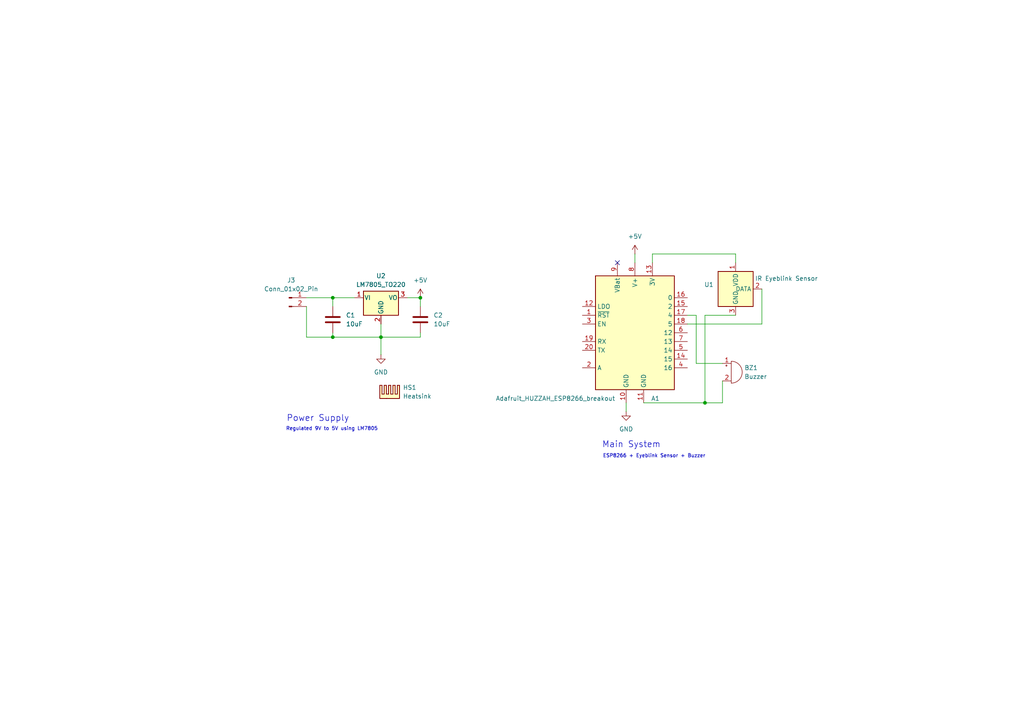
<source format=kicad_sch>
(kicad_sch
	(version 20250114)
	(generator "eeschema")
	(generator_version "9.0")
	(uuid "ea9f8afa-c4d3-4b24-aa5f-d51846923d66")
	(paper "A4")
	(title_block
		(title "Drowsiness Detection System 1.0")
		(date "2025-07-03")
		(company "Snehasree Senthilkumar")
	)
	(lib_symbols
		(symbol "Connector:Conn_01x02_Pin"
			(pin_names
				(offset 1.016)
				(hide yes)
			)
			(exclude_from_sim no)
			(in_bom yes)
			(on_board yes)
			(property "Reference" "J"
				(at 0 2.54 0)
				(effects
					(font
						(size 1.27 1.27)
					)
				)
			)
			(property "Value" "Conn_01x02_Pin"
				(at 0 -5.08 0)
				(effects
					(font
						(size 1.27 1.27)
					)
				)
			)
			(property "Footprint" ""
				(at 0 0 0)
				(effects
					(font
						(size 1.27 1.27)
					)
					(hide yes)
				)
			)
			(property "Datasheet" "~"
				(at 0 0 0)
				(effects
					(font
						(size 1.27 1.27)
					)
					(hide yes)
				)
			)
			(property "Description" "Generic connector, single row, 01x02, script generated"
				(at 0 0 0)
				(effects
					(font
						(size 1.27 1.27)
					)
					(hide yes)
				)
			)
			(property "ki_locked" ""
				(at 0 0 0)
				(effects
					(font
						(size 1.27 1.27)
					)
				)
			)
			(property "ki_keywords" "connector"
				(at 0 0 0)
				(effects
					(font
						(size 1.27 1.27)
					)
					(hide yes)
				)
			)
			(property "ki_fp_filters" "Connector*:*_1x??_*"
				(at 0 0 0)
				(effects
					(font
						(size 1.27 1.27)
					)
					(hide yes)
				)
			)
			(symbol "Conn_01x02_Pin_1_1"
				(rectangle
					(start 0.8636 0.127)
					(end 0 -0.127)
					(stroke
						(width 0.1524)
						(type default)
					)
					(fill
						(type outline)
					)
				)
				(rectangle
					(start 0.8636 -2.413)
					(end 0 -2.667)
					(stroke
						(width 0.1524)
						(type default)
					)
					(fill
						(type outline)
					)
				)
				(polyline
					(pts
						(xy 1.27 0) (xy 0.8636 0)
					)
					(stroke
						(width 0.1524)
						(type default)
					)
					(fill
						(type none)
					)
				)
				(polyline
					(pts
						(xy 1.27 -2.54) (xy 0.8636 -2.54)
					)
					(stroke
						(width 0.1524)
						(type default)
					)
					(fill
						(type none)
					)
				)
				(pin passive line
					(at 5.08 0 180)
					(length 3.81)
					(name "Pin_1"
						(effects
							(font
								(size 1.27 1.27)
							)
						)
					)
					(number "1"
						(effects
							(font
								(size 1.27 1.27)
							)
						)
					)
				)
				(pin passive line
					(at 5.08 -2.54 180)
					(length 3.81)
					(name "Pin_2"
						(effects
							(font
								(size 1.27 1.27)
							)
						)
					)
					(number "2"
						(effects
							(font
								(size 1.27 1.27)
							)
						)
					)
				)
			)
			(embedded_fonts no)
		)
		(symbol "Device:Buzzer"
			(pin_names
				(offset 0.0254)
				(hide yes)
			)
			(exclude_from_sim no)
			(in_bom yes)
			(on_board yes)
			(property "Reference" "BZ"
				(at 3.81 1.27 0)
				(effects
					(font
						(size 1.27 1.27)
					)
					(justify left)
				)
			)
			(property "Value" "Buzzer"
				(at 3.81 -1.27 0)
				(effects
					(font
						(size 1.27 1.27)
					)
					(justify left)
				)
			)
			(property "Footprint" ""
				(at -0.635 2.54 90)
				(effects
					(font
						(size 1.27 1.27)
					)
					(hide yes)
				)
			)
			(property "Datasheet" "~"
				(at -0.635 2.54 90)
				(effects
					(font
						(size 1.27 1.27)
					)
					(hide yes)
				)
			)
			(property "Description" "Buzzer, polarized"
				(at 0 0 0)
				(effects
					(font
						(size 1.27 1.27)
					)
					(hide yes)
				)
			)
			(property "ki_keywords" "quartz resonator ceramic"
				(at 0 0 0)
				(effects
					(font
						(size 1.27 1.27)
					)
					(hide yes)
				)
			)
			(property "ki_fp_filters" "*Buzzer*"
				(at 0 0 0)
				(effects
					(font
						(size 1.27 1.27)
					)
					(hide yes)
				)
			)
			(symbol "Buzzer_0_1"
				(polyline
					(pts
						(xy -1.651 1.905) (xy -1.143 1.905)
					)
					(stroke
						(width 0)
						(type default)
					)
					(fill
						(type none)
					)
				)
				(polyline
					(pts
						(xy -1.397 2.159) (xy -1.397 1.651)
					)
					(stroke
						(width 0)
						(type default)
					)
					(fill
						(type none)
					)
				)
				(arc
					(start 0 3.175)
					(mid 3.1612 0)
					(end 0 -3.175)
					(stroke
						(width 0)
						(type default)
					)
					(fill
						(type none)
					)
				)
				(polyline
					(pts
						(xy 0 3.175) (xy 0 -3.175)
					)
					(stroke
						(width 0)
						(type default)
					)
					(fill
						(type none)
					)
				)
			)
			(symbol "Buzzer_1_1"
				(pin passive line
					(at -2.54 2.54 0)
					(length 2.54)
					(name "+"
						(effects
							(font
								(size 1.27 1.27)
							)
						)
					)
					(number "1"
						(effects
							(font
								(size 1.27 1.27)
							)
						)
					)
				)
				(pin passive line
					(at -2.54 -2.54 0)
					(length 2.54)
					(name "-"
						(effects
							(font
								(size 1.27 1.27)
							)
						)
					)
					(number "2"
						(effects
							(font
								(size 1.27 1.27)
							)
						)
					)
				)
			)
			(embedded_fonts no)
		)
		(symbol "Device:C"
			(pin_numbers
				(hide yes)
			)
			(pin_names
				(offset 0.254)
			)
			(exclude_from_sim no)
			(in_bom yes)
			(on_board yes)
			(property "Reference" "C"
				(at 0.635 2.54 0)
				(effects
					(font
						(size 1.27 1.27)
					)
					(justify left)
				)
			)
			(property "Value" "C"
				(at 0.635 -2.54 0)
				(effects
					(font
						(size 1.27 1.27)
					)
					(justify left)
				)
			)
			(property "Footprint" ""
				(at 0.9652 -3.81 0)
				(effects
					(font
						(size 1.27 1.27)
					)
					(hide yes)
				)
			)
			(property "Datasheet" "~"
				(at 0 0 0)
				(effects
					(font
						(size 1.27 1.27)
					)
					(hide yes)
				)
			)
			(property "Description" "Unpolarized capacitor"
				(at 0 0 0)
				(effects
					(font
						(size 1.27 1.27)
					)
					(hide yes)
				)
			)
			(property "ki_keywords" "cap capacitor"
				(at 0 0 0)
				(effects
					(font
						(size 1.27 1.27)
					)
					(hide yes)
				)
			)
			(property "ki_fp_filters" "C_*"
				(at 0 0 0)
				(effects
					(font
						(size 1.27 1.27)
					)
					(hide yes)
				)
			)
			(symbol "C_0_1"
				(polyline
					(pts
						(xy -2.032 0.762) (xy 2.032 0.762)
					)
					(stroke
						(width 0.508)
						(type default)
					)
					(fill
						(type none)
					)
				)
				(polyline
					(pts
						(xy -2.032 -0.762) (xy 2.032 -0.762)
					)
					(stroke
						(width 0.508)
						(type default)
					)
					(fill
						(type none)
					)
				)
			)
			(symbol "C_1_1"
				(pin passive line
					(at 0 3.81 270)
					(length 2.794)
					(name "~"
						(effects
							(font
								(size 1.27 1.27)
							)
						)
					)
					(number "1"
						(effects
							(font
								(size 1.27 1.27)
							)
						)
					)
				)
				(pin passive line
					(at 0 -3.81 90)
					(length 2.794)
					(name "~"
						(effects
							(font
								(size 1.27 1.27)
							)
						)
					)
					(number "2"
						(effects
							(font
								(size 1.27 1.27)
							)
						)
					)
				)
			)
			(embedded_fonts no)
		)
		(symbol "MCU_Module:Adafruit_HUZZAH_ESP8266_breakout"
			(exclude_from_sim no)
			(in_bom yes)
			(on_board yes)
			(property "Reference" "A"
				(at 7.62 19.05 0)
				(effects
					(font
						(size 1.27 1.27)
					)
					(justify left top)
				)
			)
			(property "Value" "Adafruit_HUZZAH_ESP8266_breakout"
				(at 3.81 -19.05 0)
				(effects
					(font
						(size 1.27 1.27)
					)
					(justify left bottom)
				)
			)
			(property "Footprint" ""
				(at 5.08 15.24 0)
				(effects
					(font
						(size 1.27 1.27)
					)
					(hide yes)
				)
			)
			(property "Datasheet" "https://www.adafruit.com/product/2471"
				(at 7.62 17.78 0)
				(effects
					(font
						(size 1.27 1.27)
					)
					(hide yes)
				)
			)
			(property "Description" "32-bit microcontroller module with WiFi"
				(at 0 0 0)
				(effects
					(font
						(size 1.27 1.27)
					)
					(hide yes)
				)
			)
			(property "ki_keywords" "ESP8266 WiFi microcontroller"
				(at 0 0 0)
				(effects
					(font
						(size 1.27 1.27)
					)
					(hide yes)
				)
			)
			(property "ki_fp_filters" "Adafruit*HUZZAH*ESP8266*breakout* Adafruit*HUZZAH*ESP8266*breakout*WithMountingHoles*"
				(at 0 0 0)
				(effects
					(font
						(size 1.27 1.27)
					)
					(hide yes)
				)
			)
			(symbol "Adafruit_HUZZAH_ESP8266_breakout_0_1"
				(rectangle
					(start -11.43 16.51)
					(end 11.43 -16.51)
					(stroke
						(width 0.254)
						(type default)
					)
					(fill
						(type background)
					)
				)
			)
			(symbol "Adafruit_HUZZAH_ESP8266_breakout_1_1"
				(pin input line
					(at -15.24 7.62 0)
					(length 3.81)
					(name "LDO"
						(effects
							(font
								(size 1.27 1.27)
							)
						)
					)
					(number "12"
						(effects
							(font
								(size 1.27 1.27)
							)
						)
					)
				)
				(pin input line
					(at -15.24 5.08 0)
					(length 3.81)
					(name "~{RST}"
						(effects
							(font
								(size 1.27 1.27)
							)
						)
					)
					(number "1"
						(effects
							(font
								(size 1.27 1.27)
							)
						)
					)
				)
				(pin input line
					(at -15.24 2.54 0)
					(length 3.81)
					(name "EN"
						(effects
							(font
								(size 1.27 1.27)
							)
						)
					)
					(number "3"
						(effects
							(font
								(size 1.27 1.27)
							)
						)
					)
				)
				(pin input line
					(at -15.24 -2.54 0)
					(length 3.81)
					(name "RX"
						(effects
							(font
								(size 1.27 1.27)
							)
						)
					)
					(number "19"
						(effects
							(font
								(size 1.27 1.27)
							)
						)
					)
				)
				(pin output line
					(at -15.24 -5.08 0)
					(length 3.81)
					(name "TX"
						(effects
							(font
								(size 1.27 1.27)
							)
						)
					)
					(number "20"
						(effects
							(font
								(size 1.27 1.27)
							)
						)
					)
				)
				(pin input line
					(at -15.24 -10.16 0)
					(length 3.81)
					(name "A"
						(effects
							(font
								(size 1.27 1.27)
							)
						)
					)
					(number "2"
						(effects
							(font
								(size 1.27 1.27)
							)
						)
					)
				)
				(pin power_in line
					(at -5.08 20.32 270)
					(length 3.81)
					(name "VBat"
						(effects
							(font
								(size 1.27 1.27)
							)
						)
					)
					(number "9"
						(effects
							(font
								(size 1.27 1.27)
							)
						)
					)
				)
				(pin power_in line
					(at -2.54 -20.32 90)
					(length 3.81)
					(name "GND"
						(effects
							(font
								(size 1.27 1.27)
							)
						)
					)
					(number "10"
						(effects
							(font
								(size 1.27 1.27)
							)
						)
					)
				)
				(pin power_in line
					(at 0 20.32 270)
					(length 3.81)
					(name "V+"
						(effects
							(font
								(size 1.27 1.27)
							)
						)
					)
					(number "8"
						(effects
							(font
								(size 1.27 1.27)
							)
						)
					)
				)
				(pin power_in line
					(at 2.54 -20.32 90)
					(length 3.81)
					(name "GND"
						(effects
							(font
								(size 1.27 1.27)
							)
						)
					)
					(number "11"
						(effects
							(font
								(size 1.27 1.27)
							)
						)
					)
				)
				(pin power_out line
					(at 5.08 20.32 270)
					(length 3.81)
					(name "3V"
						(effects
							(font
								(size 1.27 1.27)
							)
						)
					)
					(number "13"
						(effects
							(font
								(size 1.27 1.27)
							)
						)
					)
				)
				(pin bidirectional line
					(at 15.24 10.16 180)
					(length 3.81)
					(name "0"
						(effects
							(font
								(size 1.27 1.27)
							)
						)
					)
					(number "16"
						(effects
							(font
								(size 1.27 1.27)
							)
						)
					)
				)
				(pin bidirectional line
					(at 15.24 7.62 180)
					(length 3.81)
					(name "2"
						(effects
							(font
								(size 1.27 1.27)
							)
						)
					)
					(number "15"
						(effects
							(font
								(size 1.27 1.27)
							)
						)
					)
				)
				(pin bidirectional line
					(at 15.24 5.08 180)
					(length 3.81)
					(name "4"
						(effects
							(font
								(size 1.27 1.27)
							)
						)
					)
					(number "17"
						(effects
							(font
								(size 1.27 1.27)
							)
						)
					)
				)
				(pin bidirectional line
					(at 15.24 2.54 180)
					(length 3.81)
					(name "5"
						(effects
							(font
								(size 1.27 1.27)
							)
						)
					)
					(number "18"
						(effects
							(font
								(size 1.27 1.27)
							)
						)
					)
				)
				(pin bidirectional line
					(at 15.24 0 180)
					(length 3.81)
					(name "12"
						(effects
							(font
								(size 1.27 1.27)
							)
						)
					)
					(number "6"
						(effects
							(font
								(size 1.27 1.27)
							)
						)
					)
				)
				(pin bidirectional line
					(at 15.24 -2.54 180)
					(length 3.81)
					(name "13"
						(effects
							(font
								(size 1.27 1.27)
							)
						)
					)
					(number "7"
						(effects
							(font
								(size 1.27 1.27)
							)
						)
					)
				)
				(pin bidirectional line
					(at 15.24 -5.08 180)
					(length 3.81)
					(name "14"
						(effects
							(font
								(size 1.27 1.27)
							)
						)
					)
					(number "5"
						(effects
							(font
								(size 1.27 1.27)
							)
						)
					)
				)
				(pin bidirectional line
					(at 15.24 -7.62 180)
					(length 3.81)
					(name "15"
						(effects
							(font
								(size 1.27 1.27)
							)
						)
					)
					(number "14"
						(effects
							(font
								(size 1.27 1.27)
							)
						)
					)
				)
				(pin bidirectional line
					(at 15.24 -10.16 180)
					(length 3.81)
					(name "16"
						(effects
							(font
								(size 1.27 1.27)
							)
						)
					)
					(number "4"
						(effects
							(font
								(size 1.27 1.27)
							)
						)
					)
				)
			)
			(embedded_fonts no)
		)
		(symbol "Mechanical:Heatsink"
			(pin_names
				(offset 1.016)
			)
			(exclude_from_sim no)
			(in_bom yes)
			(on_board yes)
			(property "Reference" "HS"
				(at 0 5.08 0)
				(effects
					(font
						(size 1.27 1.27)
					)
				)
			)
			(property "Value" "Heatsink"
				(at 0 -1.27 0)
				(effects
					(font
						(size 1.27 1.27)
					)
				)
			)
			(property "Footprint" ""
				(at 0.3048 0 0)
				(effects
					(font
						(size 1.27 1.27)
					)
					(hide yes)
				)
			)
			(property "Datasheet" "~"
				(at 0.3048 0 0)
				(effects
					(font
						(size 1.27 1.27)
					)
					(hide yes)
				)
			)
			(property "Description" "Heatsink"
				(at 0 0 0)
				(effects
					(font
						(size 1.27 1.27)
					)
					(hide yes)
				)
			)
			(property "ki_keywords" "thermal heat temperature"
				(at 0 0 0)
				(effects
					(font
						(size 1.27 1.27)
					)
					(hide yes)
				)
			)
			(property "ki_fp_filters" "Heatsink_*"
				(at 0 0 0)
				(effects
					(font
						(size 1.27 1.27)
					)
					(hide yes)
				)
			)
			(symbol "Heatsink_0_1"
				(polyline
					(pts
						(xy -0.3302 1.27) (xy -0.9652 1.27) (xy -0.9652 3.81) (xy -1.6002 3.81) (xy -1.6002 1.27) (xy -2.2352 1.27)
						(xy -2.2352 3.81) (xy -2.8702 3.81) (xy -2.8702 0) (xy -0.9652 0)
					)
					(stroke
						(width 0.254)
						(type default)
					)
					(fill
						(type background)
					)
				)
				(polyline
					(pts
						(xy -0.3302 1.27) (xy -0.3302 3.81) (xy 0.3048 3.81) (xy 0.3048 1.27) (xy 0.9398 1.27) (xy 0.9398 3.81)
						(xy 1.5748 3.81) (xy 1.5748 1.27) (xy 2.2098 1.27) (xy 2.2098 3.81) (xy 2.8448 3.81) (xy 2.8448 0)
						(xy -0.9652 0)
					)
					(stroke
						(width 0.254)
						(type default)
					)
					(fill
						(type background)
					)
				)
			)
			(embedded_fonts no)
		)
		(symbol "Regulator_Linear:LM7805_TO220"
			(pin_names
				(offset 0.254)
			)
			(exclude_from_sim no)
			(in_bom yes)
			(on_board yes)
			(property "Reference" "U"
				(at -3.81 3.175 0)
				(effects
					(font
						(size 1.27 1.27)
					)
				)
			)
			(property "Value" "LM7805_TO220"
				(at 0 3.175 0)
				(effects
					(font
						(size 1.27 1.27)
					)
					(justify left)
				)
			)
			(property "Footprint" "Package_TO_SOT_THT:TO-220-3_Vertical"
				(at 0 5.715 0)
				(effects
					(font
						(size 1.27 1.27)
						(italic yes)
					)
					(hide yes)
				)
			)
			(property "Datasheet" "https://www.onsemi.cn/PowerSolutions/document/MC7800-D.PDF"
				(at 0 -1.27 0)
				(effects
					(font
						(size 1.27 1.27)
					)
					(hide yes)
				)
			)
			(property "Description" "Positive 1A 35V Linear Regulator, Fixed Output 5V, TO-220"
				(at 0 0 0)
				(effects
					(font
						(size 1.27 1.27)
					)
					(hide yes)
				)
			)
			(property "ki_keywords" "Voltage Regulator 1A Positive"
				(at 0 0 0)
				(effects
					(font
						(size 1.27 1.27)
					)
					(hide yes)
				)
			)
			(property "ki_fp_filters" "TO?220*"
				(at 0 0 0)
				(effects
					(font
						(size 1.27 1.27)
					)
					(hide yes)
				)
			)
			(symbol "LM7805_TO220_0_1"
				(rectangle
					(start -5.08 1.905)
					(end 5.08 -5.08)
					(stroke
						(width 0.254)
						(type default)
					)
					(fill
						(type background)
					)
				)
			)
			(symbol "LM7805_TO220_1_1"
				(pin power_in line
					(at -7.62 0 0)
					(length 2.54)
					(name "VI"
						(effects
							(font
								(size 1.27 1.27)
							)
						)
					)
					(number "1"
						(effects
							(font
								(size 1.27 1.27)
							)
						)
					)
				)
				(pin power_in line
					(at 0 -7.62 90)
					(length 2.54)
					(name "GND"
						(effects
							(font
								(size 1.27 1.27)
							)
						)
					)
					(number "2"
						(effects
							(font
								(size 1.27 1.27)
							)
						)
					)
				)
				(pin power_out line
					(at 7.62 0 180)
					(length 2.54)
					(name "VO"
						(effects
							(font
								(size 1.27 1.27)
							)
						)
					)
					(number "3"
						(effects
							(font
								(size 1.27 1.27)
							)
						)
					)
				)
			)
			(embedded_fonts no)
		)
		(symbol "Sensor:DHT11"
			(exclude_from_sim no)
			(in_bom yes)
			(on_board yes)
			(property "Reference" "U2"
				(at 9.652 -6.096 0)
				(effects
					(font
						(size 1.27 1.27)
					)
					(justify right)
				)
			)
			(property "Value" "IR Eyeblink Sensor"
				(at 24.638 -4.064 0)
				(effects
					(font
						(size 1.27 1.27)
					)
					(justify right)
				)
			)
			(property "Footprint" "Connector_PinHeader_2.54mm:PinHeader_1x03_P2.54mm_Vertical"
				(at 0 -10.16 0)
				(effects
					(font
						(size 1.27 1.27)
					)
					(hide yes)
				)
			)
			(property "Datasheet" "http://akizukidenshi.com/download/ds/aosong/DHT11.pdf"
				(at 3.81 6.35 0)
				(effects
					(font
						(size 1.27 1.27)
					)
					(hide yes)
				)
			)
			(property "Description" "3.3V to 5.5V, temperature and humidity module, DHT11"
				(at 0 0 0)
				(effects
					(font
						(size 1.27 1.27)
					)
					(hide yes)
				)
			)
			(property "ki_keywords" "digital sensor"
				(at 0 0 0)
				(effects
					(font
						(size 1.27 1.27)
					)
					(hide yes)
				)
			)
			(property "ki_fp_filters" "Aosong*DHT11*5.5x12.0*P2.54mm*"
				(at 0 0 0)
				(effects
					(font
						(size 1.27 1.27)
					)
					(hide yes)
				)
			)
			(symbol "DHT11_0_1"
				(rectangle
					(start -5.08 5.08)
					(end 5.08 -5.08)
					(stroke
						(width 0.254)
						(type default)
					)
					(fill
						(type background)
					)
				)
			)
			(symbol "DHT11_1_1"
				(pin no_connect line
					(at -5.08 0 0)
					(length 2.54)
					(hide yes)
					(name "NC"
						(effects
							(font
								(size 1.27 1.27)
							)
						)
					)
					(number "3"
						(effects
							(font
								(size 1.27 1.27)
							)
						)
					)
				)
				(pin power_in line
					(at 0 7.62 270)
					(length 2.54)
					(name "VDD"
						(effects
							(font
								(size 1.27 1.27)
							)
						)
					)
					(number "1"
						(effects
							(font
								(size 1.27 1.27)
							)
						)
					)
				)
				(pin power_in line
					(at 0 -7.62 90)
					(length 2.54)
					(name "GND"
						(effects
							(font
								(size 1.27 1.27)
							)
						)
					)
					(number "3"
						(effects
							(font
								(size 1.27 1.27)
							)
						)
					)
				)
				(pin bidirectional line
					(at 7.62 0 180)
					(length 2.54)
					(name "DATA"
						(effects
							(font
								(size 1.27 1.27)
							)
						)
					)
					(number "2"
						(effects
							(font
								(size 1.27 1.27)
							)
						)
					)
				)
			)
			(embedded_fonts no)
		)
		(symbol "power:+5V"
			(power)
			(pin_numbers
				(hide yes)
			)
			(pin_names
				(offset 0)
				(hide yes)
			)
			(exclude_from_sim no)
			(in_bom yes)
			(on_board yes)
			(property "Reference" "#PWR"
				(at 0 -3.81 0)
				(effects
					(font
						(size 1.27 1.27)
					)
					(hide yes)
				)
			)
			(property "Value" "+5V"
				(at 0 3.556 0)
				(effects
					(font
						(size 1.27 1.27)
					)
				)
			)
			(property "Footprint" ""
				(at 0 0 0)
				(effects
					(font
						(size 1.27 1.27)
					)
					(hide yes)
				)
			)
			(property "Datasheet" ""
				(at 0 0 0)
				(effects
					(font
						(size 1.27 1.27)
					)
					(hide yes)
				)
			)
			(property "Description" "Power symbol creates a global label with name \"+5V\""
				(at 0 0 0)
				(effects
					(font
						(size 1.27 1.27)
					)
					(hide yes)
				)
			)
			(property "ki_keywords" "global power"
				(at 0 0 0)
				(effects
					(font
						(size 1.27 1.27)
					)
					(hide yes)
				)
			)
			(symbol "+5V_0_1"
				(polyline
					(pts
						(xy -0.762 1.27) (xy 0 2.54)
					)
					(stroke
						(width 0)
						(type default)
					)
					(fill
						(type none)
					)
				)
				(polyline
					(pts
						(xy 0 2.54) (xy 0.762 1.27)
					)
					(stroke
						(width 0)
						(type default)
					)
					(fill
						(type none)
					)
				)
				(polyline
					(pts
						(xy 0 0) (xy 0 2.54)
					)
					(stroke
						(width 0)
						(type default)
					)
					(fill
						(type none)
					)
				)
			)
			(symbol "+5V_1_1"
				(pin power_in line
					(at 0 0 90)
					(length 0)
					(name "~"
						(effects
							(font
								(size 1.27 1.27)
							)
						)
					)
					(number "1"
						(effects
							(font
								(size 1.27 1.27)
							)
						)
					)
				)
			)
			(embedded_fonts no)
		)
		(symbol "power:GND"
			(power)
			(pin_numbers
				(hide yes)
			)
			(pin_names
				(offset 0)
				(hide yes)
			)
			(exclude_from_sim no)
			(in_bom yes)
			(on_board yes)
			(property "Reference" "#PWR"
				(at 0 -6.35 0)
				(effects
					(font
						(size 1.27 1.27)
					)
					(hide yes)
				)
			)
			(property "Value" "GND"
				(at 0 -3.81 0)
				(effects
					(font
						(size 1.27 1.27)
					)
				)
			)
			(property "Footprint" ""
				(at 0 0 0)
				(effects
					(font
						(size 1.27 1.27)
					)
					(hide yes)
				)
			)
			(property "Datasheet" ""
				(at 0 0 0)
				(effects
					(font
						(size 1.27 1.27)
					)
					(hide yes)
				)
			)
			(property "Description" "Power symbol creates a global label with name \"GND\" , ground"
				(at 0 0 0)
				(effects
					(font
						(size 1.27 1.27)
					)
					(hide yes)
				)
			)
			(property "ki_keywords" "global power"
				(at 0 0 0)
				(effects
					(font
						(size 1.27 1.27)
					)
					(hide yes)
				)
			)
			(symbol "GND_0_1"
				(polyline
					(pts
						(xy 0 0) (xy 0 -1.27) (xy 1.27 -1.27) (xy 0 -2.54) (xy -1.27 -1.27) (xy 0 -1.27)
					)
					(stroke
						(width 0)
						(type default)
					)
					(fill
						(type none)
					)
				)
			)
			(symbol "GND_1_1"
				(pin power_in line
					(at 0 0 270)
					(length 0)
					(name "~"
						(effects
							(font
								(size 1.27 1.27)
							)
						)
					)
					(number "1"
						(effects
							(font
								(size 1.27 1.27)
							)
						)
					)
				)
			)
			(embedded_fonts no)
		)
	)
	(text "Power Supply\n"
		(exclude_from_sim no)
		(at 92.202 121.412 0)
		(effects
			(font
				(size 1.778 1.778)
			)
		)
		(uuid "28b543b9-89c3-49ca-8728-27269071bbbf")
	)
	(text "Regulated 9V to 5V using LM7805\n"
		(exclude_from_sim no)
		(at 96.266 124.46 0)
		(effects
			(font
				(size 1.016 1.016)
			)
		)
		(uuid "5a0ba0a9-dfae-4a4f-bdeb-5f47ddec6dc1")
	)
	(text "ESP8266 + Eyeblink Sensor + Buzzer\n"
		(exclude_from_sim no)
		(at 189.738 132.334 0)
		(effects
			(font
				(size 1.016 1.016)
			)
		)
		(uuid "7af8eceb-9968-439e-8086-ddcb81ea8640")
	)
	(text "Main System\n"
		(exclude_from_sim no)
		(at 183.134 129.032 0)
		(effects
			(font
				(size 1.778 1.778)
			)
		)
		(uuid "ff4a2d0b-3903-4f33-8147-e292054b9301")
	)
	(junction
		(at 96.52 86.36)
		(diameter 0)
		(color 0 0 0 0)
		(uuid "406d4765-7bd3-436f-a232-35cde8243e81")
	)
	(junction
		(at 121.92 86.36)
		(diameter 0)
		(color 0 0 0 0)
		(uuid "442601c2-d217-46d3-9a61-2156e6ae4d0b")
	)
	(junction
		(at 204.47 116.84)
		(diameter 0)
		(color 0 0 0 0)
		(uuid "63d2ee14-34d4-4c85-a93a-6046fe6df651")
	)
	(junction
		(at 96.52 97.79)
		(diameter 0)
		(color 0 0 0 0)
		(uuid "92d61fda-f0f4-4b01-958a-b1c9079fbbfc")
	)
	(junction
		(at 110.49 97.79)
		(diameter 0)
		(color 0 0 0 0)
		(uuid "b5255fc2-9175-4d77-afa4-d615d6de3a50")
	)
	(no_connect
		(at 179.07 76.2)
		(uuid "864adca4-4a71-4f4b-abb4-e34d095a7d56")
	)
	(wire
		(pts
			(xy 184.15 73.66) (xy 184.15 76.2)
		)
		(stroke
			(width 0)
			(type default)
		)
		(uuid "0d33f97b-9548-4811-8c42-2fb84df9bc9f")
	)
	(wire
		(pts
			(xy 110.49 93.98) (xy 110.49 97.79)
		)
		(stroke
			(width 0)
			(type default)
		)
		(uuid "0ec1734c-4bea-41ab-b686-d35016a692da")
	)
	(wire
		(pts
			(xy 199.39 93.98) (xy 220.98 93.98)
		)
		(stroke
			(width 0)
			(type default)
		)
		(uuid "1152668d-ea6c-4e3e-8921-c225569c969b")
	)
	(wire
		(pts
			(xy 110.49 97.79) (xy 121.92 97.79)
		)
		(stroke
			(width 0)
			(type default)
		)
		(uuid "12e3f7ae-ef57-452f-8ad8-d4dca045d45d")
	)
	(wire
		(pts
			(xy 88.9 88.9) (xy 88.9 97.79)
		)
		(stroke
			(width 0)
			(type default)
		)
		(uuid "1416466d-8139-41d2-beef-6bc3671598ef")
	)
	(wire
		(pts
			(xy 220.98 83.82) (xy 220.98 93.98)
		)
		(stroke
			(width 0)
			(type default)
		)
		(uuid "24d377aa-5f6f-4926-b615-9061c61c66a6")
	)
	(wire
		(pts
			(xy 189.23 76.2) (xy 189.23 73.66)
		)
		(stroke
			(width 0)
			(type default)
		)
		(uuid "315df807-054b-4893-b9a2-6940ad97cd3f")
	)
	(wire
		(pts
			(xy 96.52 96.52) (xy 96.52 97.79)
		)
		(stroke
			(width 0)
			(type default)
		)
		(uuid "39519ebf-875e-45a5-8711-5ea0b827a1e1")
	)
	(wire
		(pts
			(xy 118.11 86.36) (xy 121.92 86.36)
		)
		(stroke
			(width 0)
			(type default)
		)
		(uuid "3acd7975-3aab-4177-a411-ff0186be7604")
	)
	(wire
		(pts
			(xy 209.55 110.49) (xy 209.55 116.84)
		)
		(stroke
			(width 0)
			(type default)
		)
		(uuid "4980bc02-b170-4bd7-9b6a-422536573b69")
	)
	(wire
		(pts
			(xy 204.47 91.44) (xy 204.47 116.84)
		)
		(stroke
			(width 0)
			(type default)
		)
		(uuid "5639ae51-808c-486e-87af-f8579f5ab5da")
	)
	(wire
		(pts
			(xy 189.23 73.66) (xy 213.36 73.66)
		)
		(stroke
			(width 0)
			(type default)
		)
		(uuid "56d574d6-fbcc-46f0-a773-e5bf332d3740")
	)
	(wire
		(pts
			(xy 96.52 97.79) (xy 110.49 97.79)
		)
		(stroke
			(width 0)
			(type default)
		)
		(uuid "5811f345-f535-4140-8805-22213f62a739")
	)
	(wire
		(pts
			(xy 209.55 116.84) (xy 204.47 116.84)
		)
		(stroke
			(width 0)
			(type default)
		)
		(uuid "5838d336-a3aa-4d31-bcf5-eb7f27966d31")
	)
	(wire
		(pts
			(xy 199.39 91.44) (xy 201.93 91.44)
		)
		(stroke
			(width 0)
			(type default)
		)
		(uuid "79266d8f-03f7-431d-bc43-e18bc3eeedae")
	)
	(wire
		(pts
			(xy 201.93 91.44) (xy 201.93 105.41)
		)
		(stroke
			(width 0)
			(type default)
		)
		(uuid "7c57f8b0-8f91-4c3d-bbc5-73c439ae68eb")
	)
	(wire
		(pts
			(xy 213.36 91.44) (xy 204.47 91.44)
		)
		(stroke
			(width 0)
			(type default)
		)
		(uuid "859f7888-e018-440f-9bc5-751a8576bf9d")
	)
	(wire
		(pts
			(xy 96.52 86.36) (xy 102.87 86.36)
		)
		(stroke
			(width 0)
			(type default)
		)
		(uuid "87070255-c868-4872-b14b-0a407a454384")
	)
	(wire
		(pts
			(xy 213.36 73.66) (xy 213.36 76.2)
		)
		(stroke
			(width 0)
			(type default)
		)
		(uuid "a99f577a-abf8-41d0-b990-0a25c3a96505")
	)
	(wire
		(pts
			(xy 181.61 116.84) (xy 181.61 119.38)
		)
		(stroke
			(width 0)
			(type default)
		)
		(uuid "ae51bfeb-6682-4b72-b1bd-dda440bf8a73")
	)
	(wire
		(pts
			(xy 121.92 86.36) (xy 121.92 88.9)
		)
		(stroke
			(width 0)
			(type default)
		)
		(uuid "bd55a109-3342-47be-85cf-663893f5a92d")
	)
	(wire
		(pts
			(xy 110.49 97.79) (xy 110.49 102.87)
		)
		(stroke
			(width 0)
			(type default)
		)
		(uuid "bf334d77-2fd6-43cf-a638-5f5abb9d5df0")
	)
	(wire
		(pts
			(xy 204.47 116.84) (xy 186.69 116.84)
		)
		(stroke
			(width 0)
			(type default)
		)
		(uuid "d935d96a-54b1-4b37-bcb0-f13187fc109c")
	)
	(wire
		(pts
			(xy 88.9 86.36) (xy 96.52 86.36)
		)
		(stroke
			(width 0)
			(type default)
		)
		(uuid "ddebbf2b-c3ec-4d0f-9cba-6a8f203bdbdf")
	)
	(wire
		(pts
			(xy 96.52 86.36) (xy 96.52 88.9)
		)
		(stroke
			(width 0)
			(type default)
		)
		(uuid "e0583b71-7adf-462d-8b25-1126f09d3964")
	)
	(wire
		(pts
			(xy 201.93 105.41) (xy 209.55 105.41)
		)
		(stroke
			(width 0)
			(type default)
		)
		(uuid "e54d3355-92e8-41d7-9059-87a6515f334f")
	)
	(wire
		(pts
			(xy 121.92 96.52) (xy 121.92 97.79)
		)
		(stroke
			(width 0)
			(type default)
		)
		(uuid "eb76b492-2c4a-46dc-b418-9e433c7e8621")
	)
	(wire
		(pts
			(xy 88.9 97.79) (xy 96.52 97.79)
		)
		(stroke
			(width 0)
			(type default)
		)
		(uuid "f9844c69-9133-4eb4-8854-091d66a50907")
	)
	(symbol
		(lib_id "power:GND")
		(at 110.49 102.87 0)
		(unit 1)
		(exclude_from_sim no)
		(in_bom yes)
		(on_board yes)
		(dnp no)
		(fields_autoplaced yes)
		(uuid "074e32c5-9802-4e14-8616-6396ce7467ef")
		(property "Reference" "#PWR01"
			(at 110.49 109.22 0)
			(effects
				(font
					(size 1.27 1.27)
				)
				(hide yes)
			)
		)
		(property "Value" "GND"
			(at 110.49 107.95 0)
			(effects
				(font
					(size 1.27 1.27)
				)
			)
		)
		(property "Footprint" ""
			(at 110.49 102.87 0)
			(effects
				(font
					(size 1.27 1.27)
				)
				(hide yes)
			)
		)
		(property "Datasheet" ""
			(at 110.49 102.87 0)
			(effects
				(font
					(size 1.27 1.27)
				)
				(hide yes)
			)
		)
		(property "Description" "Power symbol creates a global label with name \"GND\" , ground"
			(at 110.49 102.87 0)
			(effects
				(font
					(size 1.27 1.27)
				)
				(hide yes)
			)
		)
		(pin "1"
			(uuid "0e4b2296-b841-40c0-98a4-1228730ddb43")
		)
		(instances
			(project ""
				(path "/ea9f8afa-c4d3-4b24-aa5f-d51846923d66"
					(reference "#PWR01")
					(unit 1)
				)
			)
		)
	)
	(symbol
		(lib_id "power:+5V")
		(at 121.92 86.36 0)
		(unit 1)
		(exclude_from_sim no)
		(in_bom yes)
		(on_board yes)
		(dnp no)
		(fields_autoplaced yes)
		(uuid "4721ae68-d49a-4696-9c3a-612425b49cd0")
		(property "Reference" "#PWR03"
			(at 121.92 90.17 0)
			(effects
				(font
					(size 1.27 1.27)
				)
				(hide yes)
			)
		)
		(property "Value" "+5V"
			(at 121.92 81.28 0)
			(effects
				(font
					(size 1.27 1.27)
				)
			)
		)
		(property "Footprint" ""
			(at 121.92 86.36 0)
			(effects
				(font
					(size 1.27 1.27)
				)
				(hide yes)
			)
		)
		(property "Datasheet" ""
			(at 121.92 86.36 0)
			(effects
				(font
					(size 1.27 1.27)
				)
				(hide yes)
			)
		)
		(property "Description" "Power symbol creates a global label with name \"+5V\""
			(at 121.92 86.36 0)
			(effects
				(font
					(size 1.27 1.27)
				)
				(hide yes)
			)
		)
		(pin "1"
			(uuid "30941f32-5ef7-4621-9aa1-780d58003760")
		)
		(instances
			(project ""
				(path "/ea9f8afa-c4d3-4b24-aa5f-d51846923d66"
					(reference "#PWR03")
					(unit 1)
				)
			)
		)
	)
	(symbol
		(lib_id "Mechanical:Heatsink")
		(at 113.03 115.57 0)
		(unit 1)
		(exclude_from_sim no)
		(in_bom yes)
		(on_board yes)
		(dnp no)
		(fields_autoplaced yes)
		(uuid "4d71d839-0c0d-4796-90fd-0fd551a49e8d")
		(property "Reference" "HS1"
			(at 116.84 112.3949 0)
			(effects
				(font
					(size 1.27 1.27)
				)
				(justify left)
			)
		)
		(property "Value" "Heatsink"
			(at 116.84 114.9349 0)
			(effects
				(font
					(size 1.27 1.27)
				)
				(justify left)
			)
		)
		(property "Footprint" "Heatsink:Heatsink_Stonecold_HS-S03_13.21x12.7mm"
			(at 113.3348 115.57 0)
			(effects
				(font
					(size 1.27 1.27)
				)
				(hide yes)
			)
		)
		(property "Datasheet" "~"
			(at 113.3348 115.57 0)
			(effects
				(font
					(size 1.27 1.27)
				)
				(hide yes)
			)
		)
		(property "Description" "Heatsink"
			(at 113.03 115.57 0)
			(effects
				(font
					(size 1.27 1.27)
				)
				(hide yes)
			)
		)
		(instances
			(project ""
				(path "/ea9f8afa-c4d3-4b24-aa5f-d51846923d66"
					(reference "HS1")
					(unit 1)
				)
			)
		)
	)
	(symbol
		(lib_id "power:+5V")
		(at 184.15 73.66 0)
		(unit 1)
		(exclude_from_sim no)
		(in_bom yes)
		(on_board yes)
		(dnp no)
		(fields_autoplaced yes)
		(uuid "63a564a2-ee31-44fc-9c10-b18e83cab7ee")
		(property "Reference" "#PWR04"
			(at 184.15 77.47 0)
			(effects
				(font
					(size 1.27 1.27)
				)
				(hide yes)
			)
		)
		(property "Value" "+5V"
			(at 184.15 68.58 0)
			(effects
				(font
					(size 1.27 1.27)
				)
			)
		)
		(property "Footprint" ""
			(at 184.15 73.66 0)
			(effects
				(font
					(size 1.27 1.27)
				)
				(hide yes)
			)
		)
		(property "Datasheet" ""
			(at 184.15 73.66 0)
			(effects
				(font
					(size 1.27 1.27)
				)
				(hide yes)
			)
		)
		(property "Description" "Power symbol creates a global label with name \"+5V\""
			(at 184.15 73.66 0)
			(effects
				(font
					(size 1.27 1.27)
				)
				(hide yes)
			)
		)
		(pin "1"
			(uuid "7d343a28-3428-4e06-99ae-fc277876aded")
		)
		(instances
			(project ""
				(path "/ea9f8afa-c4d3-4b24-aa5f-d51846923d66"
					(reference "#PWR04")
					(unit 1)
				)
			)
		)
	)
	(symbol
		(lib_id "Connector:Conn_01x02_Pin")
		(at 83.82 86.36 0)
		(unit 1)
		(exclude_from_sim no)
		(in_bom yes)
		(on_board yes)
		(dnp no)
		(fields_autoplaced yes)
		(uuid "9228cb31-e341-4cc6-a708-2af64fd8609c")
		(property "Reference" "J3"
			(at 84.455 81.28 0)
			(effects
				(font
					(size 1.27 1.27)
				)
			)
		)
		(property "Value" "Conn_01x02_Pin"
			(at 84.455 83.82 0)
			(effects
				(font
					(size 1.27 1.27)
				)
			)
		)
		(property "Footprint" "Connector_PinHeader_1.00mm:PinHeader_1x02_P1.00mm_Vertical"
			(at 83.82 86.36 0)
			(effects
				(font
					(size 1.27 1.27)
				)
				(hide yes)
			)
		)
		(property "Datasheet" "~"
			(at 83.82 86.36 0)
			(effects
				(font
					(size 1.27 1.27)
				)
				(hide yes)
			)
		)
		(property "Description" "Generic connector, single row, 01x02, script generated"
			(at 83.82 86.36 0)
			(effects
				(font
					(size 1.27 1.27)
				)
				(hide yes)
			)
		)
		(pin "2"
			(uuid "8d5e62bd-1dfd-43c6-aada-d3f23a8a4b10")
		)
		(pin "1"
			(uuid "8a5b4ade-9c59-4b93-91ea-57ba5fb9348d")
		)
		(instances
			(project ""
				(path "/ea9f8afa-c4d3-4b24-aa5f-d51846923d66"
					(reference "J3")
					(unit 1)
				)
			)
		)
	)
	(symbol
		(lib_id "power:GND")
		(at 181.61 119.38 0)
		(unit 1)
		(exclude_from_sim no)
		(in_bom yes)
		(on_board yes)
		(dnp no)
		(fields_autoplaced yes)
		(uuid "9f173b9f-8443-462d-adec-954ac13602ae")
		(property "Reference" "#PWR02"
			(at 181.61 125.73 0)
			(effects
				(font
					(size 1.27 1.27)
				)
				(hide yes)
			)
		)
		(property "Value" "GND"
			(at 181.61 124.46 0)
			(effects
				(font
					(size 1.27 1.27)
				)
			)
		)
		(property "Footprint" ""
			(at 181.61 119.38 0)
			(effects
				(font
					(size 1.27 1.27)
				)
				(hide yes)
			)
		)
		(property "Datasheet" ""
			(at 181.61 119.38 0)
			(effects
				(font
					(size 1.27 1.27)
				)
				(hide yes)
			)
		)
		(property "Description" "Power symbol creates a global label with name \"GND\" , ground"
			(at 181.61 119.38 0)
			(effects
				(font
					(size 1.27 1.27)
				)
				(hide yes)
			)
		)
		(pin "1"
			(uuid "bbd8bdbc-b4d4-44db-9203-a3eb17f1d87d")
		)
		(instances
			(project ""
				(path "/ea9f8afa-c4d3-4b24-aa5f-d51846923d66"
					(reference "#PWR02")
					(unit 1)
				)
			)
		)
	)
	(symbol
		(lib_id "Device:C")
		(at 121.92 92.71 0)
		(unit 1)
		(exclude_from_sim no)
		(in_bom yes)
		(on_board yes)
		(dnp no)
		(fields_autoplaced yes)
		(uuid "a8746c0d-88c1-4c7d-b368-c83b74067594")
		(property "Reference" "C2"
			(at 125.73 91.4399 0)
			(effects
				(font
					(size 1.27 1.27)
				)
				(justify left)
			)
		)
		(property "Value" "10uF"
			(at 125.73 93.9799 0)
			(effects
				(font
					(size 1.27 1.27)
				)
				(justify left)
			)
		)
		(property "Footprint" "Capacitor_THT:CP_Radial_D4.0mm_P2.00mm"
			(at 122.8852 96.52 0)
			(effects
				(font
					(size 1.27 1.27)
				)
				(hide yes)
			)
		)
		(property "Datasheet" "~"
			(at 121.92 92.71 0)
			(effects
				(font
					(size 1.27 1.27)
				)
				(hide yes)
			)
		)
		(property "Description" "Unpolarized capacitor"
			(at 121.92 92.71 0)
			(effects
				(font
					(size 1.27 1.27)
				)
				(hide yes)
			)
		)
		(pin "2"
			(uuid "d2ab755e-59d8-4abe-b50b-6cadfe68146c")
		)
		(pin "1"
			(uuid "a44bf568-8d99-4e46-82f7-a003b345a5c8")
		)
		(instances
			(project ""
				(path "/ea9f8afa-c4d3-4b24-aa5f-d51846923d66"
					(reference "C2")
					(unit 1)
				)
			)
		)
	)
	(symbol
		(lib_id "MCU_Module:Adafruit_HUZZAH_ESP8266_breakout")
		(at 184.15 96.52 0)
		(unit 1)
		(exclude_from_sim no)
		(in_bom yes)
		(on_board yes)
		(dnp no)
		(uuid "b48d594c-029d-4090-b3b2-19ebb498af13")
		(property "Reference" "A1"
			(at 188.8333 115.57 0)
			(effects
				(font
					(size 1.27 1.27)
				)
				(justify left)
			)
		)
		(property "Value" "Adafruit_HUZZAH_ESP8266_breakout"
			(at 143.764 115.57 0)
			(effects
				(font
					(size 1.27 1.27)
				)
				(justify left)
			)
		)
		(property "Footprint" "Module:Adafruit_HUZZAH_ESP8266_breakout"
			(at 189.23 81.28 0)
			(effects
				(font
					(size 1.27 1.27)
				)
				(hide yes)
			)
		)
		(property "Datasheet" "https://www.adafruit.com/product/2471"
			(at 191.77 78.74 0)
			(effects
				(font
					(size 1.27 1.27)
				)
				(hide yes)
			)
		)
		(property "Description" "32-bit microcontroller module with WiFi"
			(at 184.15 96.52 0)
			(effects
				(font
					(size 1.27 1.27)
				)
				(hide yes)
			)
		)
		(pin "2"
			(uuid "72c41a20-9aae-4ae9-aaba-735e83f5dc36")
		)
		(pin "9"
			(uuid "ab187825-1630-40de-bd23-d5843d7bac8e")
		)
		(pin "8"
			(uuid "e3f5fdce-1ff6-4779-8e3e-60192b8e698b")
		)
		(pin "3"
			(uuid "d488b3a9-5d2d-462f-ae1a-6dfee009f853")
		)
		(pin "1"
			(uuid "b9f91d8c-a62e-4f3e-8f41-4ba101e55db4")
		)
		(pin "12"
			(uuid "60ef6078-e421-4ca1-97e8-d8ca9e79131f")
		)
		(pin "19"
			(uuid "8a1abb48-7eed-44f4-bc6d-330e9fa162d0")
		)
		(pin "20"
			(uuid "09b57113-8b93-475f-a9a7-63778b7c5f6e")
		)
		(pin "10"
			(uuid "e955a533-3c7d-4298-ad28-331bd1750158")
		)
		(pin "15"
			(uuid "e3e374d7-6670-4ea2-8da9-81bed309faeb")
		)
		(pin "14"
			(uuid "91a54ad3-2aa3-4337-bc63-80941fa82f93")
		)
		(pin "4"
			(uuid "65903251-ab06-4027-9495-d018ba73a9d9")
		)
		(pin "13"
			(uuid "a54b4885-4aaa-42aa-af01-d4310bf04d10")
		)
		(pin "7"
			(uuid "fadc6008-1912-4e63-94fc-fec6b9f6da94")
		)
		(pin "5"
			(uuid "27ffac8c-94a7-4f62-84b8-b24b103fd2d7")
		)
		(pin "11"
			(uuid "74644a94-8676-48a1-8554-9a1788d7b20d")
		)
		(pin "16"
			(uuid "c49c6345-4dac-4566-b5e7-547148f25b9c")
		)
		(pin "6"
			(uuid "dcf14607-a3d3-432d-9d9c-7c998f1c98a2")
		)
		(pin "17"
			(uuid "57a3520b-5622-4d24-87b7-0da34457b006")
		)
		(pin "18"
			(uuid "a8270df3-071c-4c01-ae85-18c78c03fcad")
		)
		(instances
			(project ""
				(path "/ea9f8afa-c4d3-4b24-aa5f-d51846923d66"
					(reference "A1")
					(unit 1)
				)
			)
		)
	)
	(symbol
		(lib_id "Device:C")
		(at 96.52 92.71 0)
		(unit 1)
		(exclude_from_sim no)
		(in_bom yes)
		(on_board yes)
		(dnp no)
		(fields_autoplaced yes)
		(uuid "b893cf40-ab67-42fa-846b-da65d7c0cf22")
		(property "Reference" "C1"
			(at 100.33 91.4399 0)
			(effects
				(font
					(size 1.27 1.27)
				)
				(justify left)
			)
		)
		(property "Value" "10uF"
			(at 100.33 93.9799 0)
			(effects
				(font
					(size 1.27 1.27)
				)
				(justify left)
			)
		)
		(property "Footprint" "Capacitor_THT:CP_Radial_D4.0mm_P2.00mm"
			(at 97.4852 96.52 0)
			(effects
				(font
					(size 1.27 1.27)
				)
				(hide yes)
			)
		)
		(property "Datasheet" "~"
			(at 96.52 92.71 0)
			(effects
				(font
					(size 1.27 1.27)
				)
				(hide yes)
			)
		)
		(property "Description" "Unpolarized capacitor"
			(at 96.52 92.71 0)
			(effects
				(font
					(size 1.27 1.27)
				)
				(hide yes)
			)
		)
		(pin "1"
			(uuid "0008117e-4d89-4dbe-8312-65ee2b654925")
		)
		(pin "2"
			(uuid "68e87517-127c-4e7c-9a30-a0ad8078fcab")
		)
		(instances
			(project ""
				(path "/ea9f8afa-c4d3-4b24-aa5f-d51846923d66"
					(reference "C1")
					(unit 1)
				)
			)
		)
	)
	(symbol
		(lib_id "Regulator_Linear:LM7805_TO220")
		(at 110.49 86.36 0)
		(unit 1)
		(exclude_from_sim no)
		(in_bom yes)
		(on_board yes)
		(dnp no)
		(fields_autoplaced yes)
		(uuid "b962429b-e862-4678-aedb-6454fb7dc92e")
		(property "Reference" "U2"
			(at 110.49 80.01 0)
			(effects
				(font
					(size 1.27 1.27)
				)
			)
		)
		(property "Value" "LM7805_TO220"
			(at 110.49 82.55 0)
			(effects
				(font
					(size 1.27 1.27)
				)
			)
		)
		(property "Footprint" "Package_TO_SOT_THT:TO-220-3_Vertical"
			(at 110.49 80.645 0)
			(effects
				(font
					(size 1.27 1.27)
					(italic yes)
				)
				(hide yes)
			)
		)
		(property "Datasheet" "https://www.onsemi.cn/PowerSolutions/document/MC7800-D.PDF"
			(at 110.49 87.63 0)
			(effects
				(font
					(size 1.27 1.27)
				)
				(hide yes)
			)
		)
		(property "Description" "Positive 1A 35V Linear Regulator, Fixed Output 5V, TO-220"
			(at 110.49 86.36 0)
			(effects
				(font
					(size 1.27 1.27)
				)
				(hide yes)
			)
		)
		(pin "1"
			(uuid "528d1d78-0051-4839-888f-64225566ac7a")
		)
		(pin "2"
			(uuid "83aff28b-7237-4628-bcd5-6a22778dd0c5")
		)
		(pin "3"
			(uuid "dba01cf3-b1a4-4c07-8300-c244c643a21d")
		)
		(instances
			(project ""
				(path "/ea9f8afa-c4d3-4b24-aa5f-d51846923d66"
					(reference "U2")
					(unit 1)
				)
			)
		)
	)
	(symbol
		(lib_id "Sensor:DHT11")
		(at 213.36 83.82 0)
		(unit 1)
		(exclude_from_sim no)
		(in_bom yes)
		(on_board yes)
		(dnp no)
		(uuid "e1a22f57-869a-4961-8a7b-6b43a5fe48ac")
		(property "Reference" "U1"
			(at 207.01 82.5499 0)
			(effects
				(font
					(size 1.27 1.27)
				)
				(justify right)
			)
		)
		(property "Value" "IR Eyeblink Sensor"
			(at 237.236 80.772 0)
			(effects
				(font
					(size 1.27 1.27)
				)
				(justify right)
			)
		)
		(property "Footprint" "Connector_PinHeader_2.54mm:PinHeader_1x03_P2.54mm_Vertical"
			(at 213.36 93.98 0)
			(effects
				(font
					(size 1.27 1.27)
				)
				(hide yes)
			)
		)
		(property "Datasheet" "http://akizukidenshi.com/download/ds/aosong/DHT11.pdf"
			(at 217.17 77.47 0)
			(effects
				(font
					(size 1.27 1.27)
				)
				(hide yes)
			)
		)
		(property "Description" "3.3V to 5.5V, temperature and humidity module, DHT11"
			(at 213.36 83.82 0)
			(effects
				(font
					(size 1.27 1.27)
				)
				(hide yes)
			)
		)
		(pin "3"
			(uuid "37e12ca5-9d36-4192-8f5e-e0ff480556d7")
		)
		(pin "2"
			(uuid "dc397267-a340-4bda-9151-0fcdbb1e88f0")
		)
		(pin "1"
			(uuid "bfe514aa-763b-46fa-8e53-6bfc2ad7b911")
		)
		(pin "3"
			(uuid "285fed3b-85be-4953-ac23-7f90a78b79b6")
		)
		(instances
			(project ""
				(path "/ea9f8afa-c4d3-4b24-aa5f-d51846923d66"
					(reference "U1")
					(unit 1)
				)
			)
		)
	)
	(symbol
		(lib_id "Device:Buzzer")
		(at 212.09 107.95 0)
		(unit 1)
		(exclude_from_sim no)
		(in_bom yes)
		(on_board yes)
		(dnp no)
		(fields_autoplaced yes)
		(uuid "f0766a62-86f4-4ace-8ba2-28230790f009")
		(property "Reference" "BZ1"
			(at 215.9 106.6799 0)
			(effects
				(font
					(size 1.27 1.27)
				)
				(justify left)
			)
		)
		(property "Value" "Buzzer"
			(at 215.9 109.2199 0)
			(effects
				(font
					(size 1.27 1.27)
				)
				(justify left)
			)
		)
		(property "Footprint" "Buzzer_Beeper:Buzzer_12x9.5RM7.6"
			(at 211.455 105.41 90)
			(effects
				(font
					(size 1.27 1.27)
				)
				(hide yes)
			)
		)
		(property "Datasheet" "~"
			(at 211.455 105.41 90)
			(effects
				(font
					(size 1.27 1.27)
				)
				(hide yes)
			)
		)
		(property "Description" "Buzzer, polarized"
			(at 212.09 107.95 0)
			(effects
				(font
					(size 1.27 1.27)
				)
				(hide yes)
			)
		)
		(pin "1"
			(uuid "eb845426-f4f7-478a-8c1d-2e59dd3af355")
		)
		(pin "2"
			(uuid "4e28e614-3859-4bd0-bdc2-1234854d35f7")
		)
		(instances
			(project ""
				(path "/ea9f8afa-c4d3-4b24-aa5f-d51846923d66"
					(reference "BZ1")
					(unit 1)
				)
			)
		)
	)
	(sheet_instances
		(path "/"
			(page "1")
		)
	)
	(embedded_fonts no)
)

</source>
